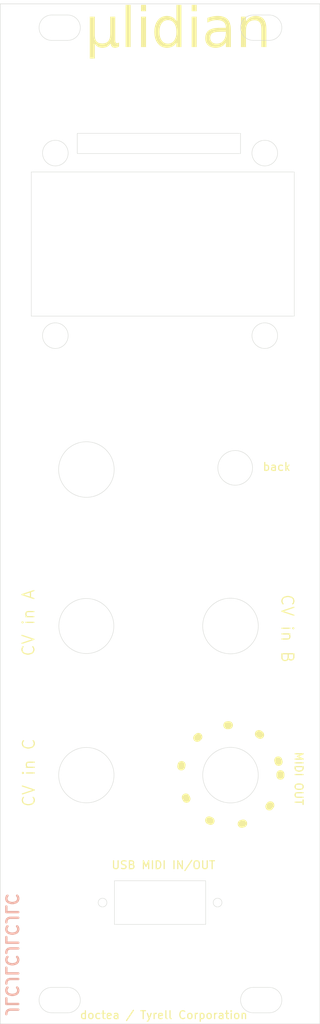
<source format=kicad_pcb>
(kicad_pcb (version 20221018) (generator pcbnew)

  (general
    (thickness 1.6)
  )

  (paper "A4")
  (layers
    (0 "F.Cu" signal)
    (31 "B.Cu" signal)
    (32 "B.Adhes" user "B.Adhesive")
    (33 "F.Adhes" user "F.Adhesive")
    (34 "B.Paste" user)
    (35 "F.Paste" user)
    (36 "B.SilkS" user "B.Silkscreen")
    (37 "F.SilkS" user "F.Silkscreen")
    (38 "B.Mask" user)
    (39 "F.Mask" user)
    (40 "Dwgs.User" user "User.Drawings")
    (41 "Cmts.User" user "User.Comments")
    (42 "Eco1.User" user "User.Eco1")
    (43 "Eco2.User" user "User.Eco2")
    (44 "Edge.Cuts" user)
    (45 "Margin" user)
    (46 "B.CrtYd" user "B.Courtyard")
    (47 "F.CrtYd" user "F.Courtyard")
    (48 "B.Fab" user)
    (49 "F.Fab" user)
    (50 "User.1" user)
    (51 "User.2" user)
    (52 "User.3" user)
    (53 "User.4" user)
    (54 "User.5" user)
    (55 "User.6" user)
    (56 "User.7" user)
    (57 "User.8" user)
    (58 "User.9" user)
  )

  (setup
    (pad_to_mask_clearance 0)
    (pcbplotparams
      (layerselection 0x00010fc_ffffffff)
      (plot_on_all_layers_selection 0x0000000_00000000)
      (disableapertmacros false)
      (usegerberextensions true)
      (usegerberattributes false)
      (usegerberadvancedattributes false)
      (creategerberjobfile false)
      (dashed_line_dash_ratio 12.000000)
      (dashed_line_gap_ratio 3.000000)
      (svgprecision 4)
      (plotframeref false)
      (viasonmask false)
      (mode 1)
      (useauxorigin false)
      (hpglpennumber 1)
      (hpglpenspeed 20)
      (hpglpendiameter 15.000000)
      (dxfpolygonmode true)
      (dxfimperialunits true)
      (dxfusepcbnewfont true)
      (psnegative false)
      (psa4output false)
      (plotreference true)
      (plotvalue false)
      (plotinvisibletext false)
      (sketchpadsonfab false)
      (subtractmaskfromsilk true)
      (outputformat 1)
      (mirror false)
      (drillshape 0)
      (scaleselection 1)
      (outputdirectory "")
    )
  )

  (net 0 "")

  (gr_circle (center 155.86089 132.7456) (end 162.15589 132.6186)
    (stroke (width 1) (type dot)) (fill none) (layer "F.SilkS") (tstamp da72aa33-5d71-4b9b-8f49-7fd60f1c8b2d))
  (gr_circle (center 156.45259 94.03688) (end 158.23059 95.30688)
    (stroke (width 0.05) (type default)) (fill none) (layer "Edge.Cuts") (tstamp 05bd449c-801e-46c4-8c91-c20c53dad547))
  (gr_arc (start 135.332 159.484) (mid 136.932 161.084) (end 135.332 162.684)
    (stroke (width 0.05) (type solid)) (layer "Edge.Cuts") (tstamp 0ca29b76-734a-4a50-9426-2033fc01fedc))
  (gr_arc (start 133.332 40.184) (mid 131.732 38.584) (end 133.332 36.984)
    (stroke (width 0.05) (type solid)) (layer "Edge.Cuts") (tstamp 1211e27d-06e5-4152-8dd4-4ebb6b80c654))
  (gr_line (start 158.732 40.184) (end 160.732 40.184)
    (stroke (width 0.05) (type solid)) (layer "Edge.Cuts") (tstamp 12d5483d-b935-463a-b6c8-f1f286a29cae))
  (gr_rect (start 126.832 35.584) (end 167.132 164.084)
    (stroke (width 0.05) (type default)) (fill none) (layer "Edge.Cuts") (tstamp 15b77b9c-e700-4708-9ced-60fc2cb14459))
  (gr_arc (start 160.732 36.984) (mid 162.332 38.584) (end 160.732 40.184)
    (stroke (width 0.05) (type solid)) (layer "Edge.Cuts") (tstamp 16751687-da04-427b-8af9-2b0137ac1db9))
  (gr_circle (center 137.69659 94.24588) (end 141.19659 94.24588)
    (stroke (width 0.05) (type default)) (fill none) (layer "Edge.Cuts") (tstamp 17739629-de9a-400b-ab79-ebaac54f73a4))
  (gr_line (start 160.732 159.484) (end 158.732 159.484)
    (stroke (width 0.05) (type solid)) (layer "Edge.Cuts") (tstamp 31aa3efa-0cf8-4f78-8d26-542bb7b4ba24))
  (gr_rect (start 141.23239 146.0498) (end 152.73239 151.5498)
    (stroke (width 0.05) (type default)) (fill none) (layer "Edge.Cuts") (tstamp 31c78639-843f-48d4-9baf-7b4ff6a76724))
  (gr_circle (center 155.86089 113.959331) (end 158.40089 116.372331)
    (stroke (width 0.05) (type default)) (fill none) (layer "Edge.Cuts") (tstamp 36e48583-e018-45b4-86c9-448843be1dc2))
  (gr_line (start 160.732 36.984) (end 158.732 36.984)
    (stroke (width 0.05) (type solid)) (layer "Edge.Cuts") (tstamp 3c441211-f444-44ee-bc5d-aa5fd30fe4b8))
  (gr_line (start 126.832 35.584) (end 126.832 164.084)
    (stroke (width 0.05) (type solid)) (layer "Edge.Cuts") (tstamp 3d36e5c4-c8b2-46d2-9110-401ad4081f55))
  (gr_arc (start 160.732 159.484) (mid 162.332 161.084) (end 160.732 162.684)
    (stroke (width 0.05) (type solid)) (layer "Edge.Cuts") (tstamp 4012c52a-9606-4181-a4f0-d139e53e91c4))
  (gr_line (start 135.332 36.984) (end 133.332 36.984)
    (stroke (width 0.05) (type solid)) (layer "Edge.Cuts") (tstamp 4cf8cf7c-e414-427e-9673-accbc4b30c83))
  (gr_circle (center 137.69089 113.958844) (end 140.73889 115.609844)
    (stroke (width 0.05) (type default)) (fill none) (layer "Edge.Cuts") (tstamp 4d3f82f1-6480-4ab8-a35c-425b4992d0e7))
  (gr_line (start 133.332 40.184) (end 135.332 40.184)
    (stroke (width 0.05) (type solid)) (layer "Edge.Cuts") (tstamp 5af86030-f1f2-4d0f-8ee1-64243e24fbb7))
  (gr_circle (center 137.69089 132.74559) (end 140.61189 134.65059)
    (stroke (width 0.05) (type default)) (fill none) (layer "Edge.Cuts") (tstamp 69de8739-739d-4f9c-847c-e8564e14259b))
  (gr_line (start 167.132 164.084) (end 167.132 35.584)
    (stroke (width 0.05) (type solid)) (layer "Edge.Cuts") (tstamp 6f1e4d1c-9851-4bfc-9a45-aec9e9fbc6e8))
  (gr_arc (start 133.332 162.684) (mid 131.732 161.084) (end 133.332 159.484)
    (stroke (width 0.05) (type solid)) (layer "Edge.Cuts") (tstamp 70ba4602-a62a-431d-8ffc-3e2b1df7668f))
  (gr_line (start 126.832 164.084) (end 167.132 164.084)
    (stroke (width 0.05) (type solid)) (layer "Edge.Cuts") (tstamp 767e5aaf-91fe-46e0-b947-dca4aa4167be))
  (gr_circle (center 133.782706 77.380272) (end 134.959106 78.487072)
    (stroke (width 0.05) (type default)) (fill none) (layer "Edge.Cuts") (tstamp 80c33efc-2f1f-44bd-be08-43a02631d844))
  (gr_line (start 158.732 162.684) (end 160.732 162.684)
    (stroke (width 0.05) (type solid)) (layer "Edge.Cuts") (tstamp 840affbf-67c8-45e4-93fd-a68cb9a38276))
  (gr_line (start 167.132 35.584) (end 126.832 35.584)
    (stroke (width 0.05) (type solid)) (layer "Edge.Cuts") (tstamp 88dbe5ed-ac40-4889-b6df-79b25d797a29))
  (gr_arc (start 135.332 36.984) (mid 136.932 38.584) (end 135.332 40.184)
    (stroke (width 0.05) (type solid)) (layer "Edge.Cuts") (tstamp 9080fa0f-17bc-4f05-95c4-e1725a1dbdb7))
  (gr_line (start 133.332 162.684) (end 135.332 162.684)
    (stroke (width 0.05) (type solid)) (layer "Edge.Cuts") (tstamp 94cbe4b2-9b3d-451a-8da4-2d01dfb2f0e1))
  (gr_arc (start 158.732 40.184) (mid 157.132 38.584) (end 158.732 36.984)
    (stroke (width 0.05) (type solid)) (layer "Edge.Cuts") (tstamp a5e4c64a-1a33-4f3a-a663-176608f65b23))
  (gr_circle (center 139.73239 148.7998) (end 140.28239 148.7998)
    (stroke (width 0.05) (type default)) (fill none) (layer "Edge.Cuts") (tstamp aa5934ea-6abf-4d9d-bd4a-a0b0b5f3c83b))
  (gr_circle (center 133.782706 54.380272) (end 134.959106 55.487072)
    (stroke (width 0.05) (type default)) (fill none) (layer "Edge.Cuts") (tstamp b5c0c1e7-c090-4789-b0da-49b3388f489b))
  (gr_circle (center 154.23239 148.7998) (end 154.78239 148.7998)
    (stroke (width 0.05) (type default)) (fill none) (layer "Edge.Cuts") (tstamp bc3726b2-25f1-4069-8812-acf842de5c00))
  (gr_rect (start 130.75049 56.758272) (end 163.89749 74.919272)
    (stroke (width 0.05) (type default)) (fill none) (layer "Edge.Cuts") (tstamp cb38d671-7a3d-498e-9d26-b38cc374613d))
  (gr_circle (center 155.86089 132.7456) (end 159.36089 132.7456)
    (stroke (width 0.05) (type default)) (fill none) (layer "Edge.Cuts") (tstamp d4be8365-da60-4db9-a020-da54dd318bcf))
  (gr_circle (center 160.182706 77.380272) (end 161.359106 78.487072)
    (stroke (width 0.05) (type default)) (fill none) (layer "Edge.Cuts") (tstamp e0c6d9f1-65d5-4555-aca1-9a710c8495b2))
  (gr_arc (start 158.732 162.684) (mid 157.132 161.084) (end 158.732 159.484)
    (stroke (width 0.05) (type solid)) (layer "Edge.Cuts") (tstamp f0b5ab77-a865-4236-8909-50f8d2c8eda8))
  (gr_circle (center 160.18109 54.381472) (end 161.35749 55.488272)
    (stroke (width 0.05) (type default)) (fill none) (layer "Edge.Cuts") (tstamp f0fc31ac-2723-454e-89d7-6991b8bd6486))
  (gr_rect (start 136.54689 51.896272) (end 157.12089 54.436272)
    (stroke (width 0.05) (type default)) (fill none) (layer "Edge.Cuts") (tstamp fbd0ec95-2e84-4d2e-b56a-6f12b5f575aa))
  (gr_line (start 135.332 159.484) (end 133.332 159.484)
    (stroke (width 0.05) (type solid)) (layer "Edge.Cuts") (tstamp fdf8e324-1c9e-4345-af95-42dbccaf019f))
  (gr_text "JLCJLCJLCJLC" (at 127.4064 163.2712 -90) (layer "B.SilkS") (tstamp 0ec95a52-d467-401a-acf7-ac98b78770f0)
    (effects (font (size 1.5 1.5) (thickness 0.3) bold) (justify left bottom mirror))
  )
  (gr_text "CV in A" (at 131.2672 117.8814 90) (layer "F.SilkS") (tstamp 121f685a-b4fb-4ed6-bc4c-feb181df3041)
    (effects (font (size 1.5 1.5) (thickness 0.15)) (justify left bottom))
  )
  (gr_text "back" (at 159.8422 94.488) (layer "F.SilkS") (tstamp 2cc2e96c-69ec-454e-bef5-9d5ea330cea2)
    (effects (font (size 1 1) (thickness 0.15)) (justify left bottom))
  )
  (gr_text "USB MIDI IN/OUT" (at 140.78239 144.6598) (layer "F.SilkS") (tstamp 407975d9-b16c-4ebc-8e26-28c875317437)
    (effects (font (size 1 1) (thickness 0.15)) (justify left bottom))
  )
  (gr_text "μlidian" (at 137.532 41.874) (layer "F.SilkS") (tstamp 57af2a19-c39e-4716-8ec4-021041426e2b)
    (effects (font (face "Calibri") (size 5 5) (thickness 0.15)) (justify left bottom))
    (render_cache "μlidian" 0
      (polygon
        (pts
          (xy 141.32387 40.776093)          (xy 141.323106 40.826621)          (xy 141.320423 40.875801)          (xy 141.31452 40.92489)
          (xy 141.311658 40.939736)          (xy 141.296392 40.986142)          (xy 141.275021 41.015451)          (xy 141.23266 41.043844)
          (xy 141.215182 41.052087)          (xy 141.166238 41.068787)          (xy 141.124812 41.077733)          (xy 141.076259 41.086415)
          (xy 141.026771 41.093227)          (xy 141.01246 41.09483)          (xy 140.960969 41.099839)          (xy 140.908969 41.101978)
          (xy 140.887896 41.102157)          (xy 140.834877 41.101073)          (xy 140.783897 41.097821)          (xy 140.734957 41.092401)
          (xy 140.672875 41.081801)          (xy 140.614419 41.067347)          (xy 140.559589 41.049038)          (xy 140.508384 41.026875)
          (xy 140.460804 41.000857)          (xy 140.427498 40.978815)          (xy 140.386282 40.945002)          (xy 140.34873 40.905847)
          (xy 140.314841 40.861349)          (xy 140.284616 40.811508)          (xy 140.258055 40.756325)          (xy 140.235157 40.695798)
          (xy 140.220388 40.646897)          (xy 140.20768 40.594991)          (xy 140.200353 40.558717)          (xy 140.153434 40.611775)
          (xy 140.106558 40.661957)          (xy 140.059725 40.709263)          (xy 140.012934 40.753691)          (xy 139.966187 40.795244)
          (xy 139.919483 40.833919)          (xy 139.872822 40.869719)          (xy 139.826203 40.902641)          (xy 139.779628 40.932687)
          (xy 139.733095 40.959857)          (xy 139.702097 40.976372)          (xy 139.655897 40.998851)          (xy 139.609805 41.019119)
          (xy 139.56382 41.037176)          (xy 139.502673 41.057813)          (xy 139.441717 41.074519)          (xy 139.380952 41.087294)
          (xy 139.320378 41.096138)          (xy 139.259995 41.101052)          (xy 139.214833 41.102157)          (xy 139.165679 41.101299)
          (xy 139.105954 41.09781)          (xy 139.048137 41.091639)          (xy 138.992228 41.082784)          (xy 138.938228 41.071245)
          (xy 138.886135 41.057024)          (xy 138.855796 41.047203)          (xy 138.807114 41.028091)          (xy 138.761056 41.005104)
          (xy 138.717622 40.978241)          (xy 138.676812 40.947502)          (xy 138.638625 40.912887)          (xy 138.603062 40.874396)
          (xy 138.589571 40.857914)          (xy 138.59432 40.911412)          (xy 138.598136 40.96255)          (xy 138.601475 41.016074)
          (xy 138.601783 41.021557)          (xy 138.604724 41.071016)          (xy 138.608051 41.120475)          (xy 138.611765 41.169935)
          (xy 138.613995 41.197412)          (xy 138.617634 41.247365)          (xy 138.620307 41.296931)          (xy 138.622013 41.346111)
          (xy 138.622544 41.373267)          (xy 138.623188 41.42691)          (xy 138.623593 41.477929)          (xy 138.623764 41.531019)
          (xy 138.623765 41.535688)          (xy 138.623765 42.167056)          (xy 138.610332 42.213462)          (xy 138.570939 42.245073)
          (xy 138.565147 42.247656)          (xy 138.517443 42.261586)          (xy 138.479662 42.267196)          (xy 138.429972 42.27194)
          (xy 138.380056 42.274065)          (xy 138.339222 42.274523)          (xy 138.290063 42.273807)          (xy 138.238315 42.27106)
          (xy 138.201225 42.267196)          (xy 138.151766 42.258952)          (xy 138.113297 42.246435)          (xy 138.072692 42.217317)
          (xy 138.069334 42.212241)          (xy 138.057122 42.164614)          (xy 138.057122 37.847621)          (xy 138.069334 37.802436)
          (xy 138.107516 37.77003)          (xy 138.113297 37.767021)          (xy 138.160202 37.752043)          (xy 138.201225 37.74626)
          (xy 138.250511 37.743098)          (xy 138.299456 37.741681)          (xy 138.339222 37.741376)          (xy 138.389669 37.741853)
          (xy 138.442334 37.743684)          (xy 138.479662 37.74626)          (xy 138.52851 37.753893)          (xy 138.565147 37.767021)
          (xy 138.605687 37.79642)          (xy 138.610332 37.802436)          (xy 138.623765 37.848842)          (xy 138.623765 39.802785)
          (xy 138.625246 39.872985)          (xy 138.62969 39.940243)          (xy 138.637096 40.004561)          (xy 138.647464 40.065938)
          (xy 138.660795 40.124374)          (xy 138.677088 40.179869)          (xy 138.696344 40.232423)          (xy 138.718562 40.282036)
          (xy 138.743742 40.328708)          (xy 138.771885 40.372439)          (xy 138.792293 40.399959)          (xy 138.825222 40.438152)
          (xy 138.860814 40.472588)          (xy 138.899068 40.503267)          (xy 138.939983 40.53019)          (xy 138.983561 40.553356)
          (xy 139.0298 40.572766)          (xy 139.078701 40.588418)          (xy 139.130264 40.600314)          (xy 139.184488 40.608454)
          (xy 139.241375 40.612837)          (xy 139.280778 40.613672)          (xy 139.333882 40.611363)          (xy 139.386948 40.604436)
          (xy 139.439975 40.592892)          (xy 139.492964 40.57673)          (xy 139.545915 40.55595)          (xy 139.598828 40.530553)
          (xy 139.651703 40.500537)          (xy 139.70454 40.465905)          (xy 139.744378 40.436724)          (xy 139.784667 40.405054)
          (xy 139.825408 40.370893)          (xy 139.866599 40.334242)          (xy 139.90824 40.295102)          (xy 139.950333 40.253471)
          (xy 139.992876 40.209349)          (xy 140.03587 40.162738)          (xy 140.079315 40.113637)          (xy 140.123211 40.062045)
          (xy 140.152725 40.026267)          (xy 140.152725 37.848842)          (xy 140.166159 37.802436)          (xy 140.204548 37.771033)
          (xy 140.210122 37.768242)          (xy 140.258875 37.752691)          (xy 140.296829 37.747482)          (xy 140.346518 37.743528)
          (xy 140.396434 37.741757)          (xy 140.437268 37.741376)          (xy 140.486427 37.741853)          (xy 140.538176 37.743684)
          (xy 140.575265 37.74626)          (xy 140.624114 37.753893)          (xy 140.66075 37.767021)          (xy 140.70129 37.79642)
          (xy 140.705935 37.802436)          (xy 140.719369 37.848842)          (xy 140.719369 40.103204)          (xy 140.719841 40.154824)
          (xy 140.721586 40.211249)          (xy 140.724616 40.263584)          (xy 140.729654 40.318386)          (xy 140.732802 40.343783)
          (xy 140.742301 40.395647)          (xy 140.755801 40.446022)          (xy 140.774233 40.492619)          (xy 140.777987 40.500099)
          (xy 140.806421 40.542687)          (xy 140.845156 40.577282)          (xy 140.86103 40.586805)          (xy 140.909525 40.6042)
          (xy 140.958116 40.611992)          (xy 140.997806 40.613672)          (xy 141.049096 40.612145)          (xy 141.09306 40.607565)
          (xy 141.142298 40.598474)          (xy 141.163891 40.594132)          (xy 141.210996 40.580851)          (xy 141.215182 40.579478)
          (xy 141.261588 40.57215)          (xy 141.287233 40.580699)          (xy 141.307994 40.610008)          (xy 141.318942 40.658952)
          (xy 141.320206 40.671069)          (xy 141.323065 40.720172)          (xy 141.323866 40.771998)
        )
      )
      (polygon
        (pts
          (xy 142.468147 40.917754)          (xy 142.454714 40.965381)          (xy 142.415322 40.994571)          (xy 142.409529 40.997133)
          (xy 142.361825 41.011539)          (xy 142.324044 41.017893)          (xy 142.274355 41.021847)          (xy 142.224439 41.023618)
          (xy 142.183605 41.024)          (xy 142.134446 41.023403)          (xy 142.082697 41.021113)          (xy 142.045607 41.017893)
          (xy 141.996148 41.00904)          (xy 141.95768 40.997133)          (xy 141.917075 40.969884)          (xy 141.913716 40.965381)
          (xy 141.901504 40.917754)          (xy 141.901504 36.365067)          (xy 141.913716 36.31744)          (xy 141.951898 36.285829)
          (xy 141.95768 36.283246)          (xy 142.007483 36.269316)          (xy 142.045607 36.263706)          (xy 142.094894 36.258962)
          (xy 142.143839 36.256837)          (xy 142.183605 36.256379)          (xy 142.234051 36.257095)          (xy 142.286716 36.259842)
          (xy 142.324044 36.263706)          (xy 142.372893 36.271644)          (xy 142.409529 36.283246)          (xy 142.450069 36.311131)
          (xy 142.454714 36.31744)          (xy 142.468147 36.365067)
        )
      )
      (polygon
        (pts
          (xy 144.070381 40.917754)          (xy 144.056947 40.96416)          (xy 144.017555 40.994353)          (xy 144.011762 40.997133)
          (xy 143.964059 41.011539)          (xy 143.926277 41.017893)          (xy 143.876588 41.021847)          (xy 143.826672 41.023618)
          (xy 143.785838 41.024)          (xy 143.736679 41.023403)          (xy 143.68493 41.021113)          (xy 143.64784 41.017893)
          (xy 143.598381 41.00904)          (xy 143.559913 40.997133)          (xy 143.519308 40.968682)          (xy 143.515949 40.96416)
          (xy 143.503737 40.917754)          (xy 143.503737 37.847621)          (xy 143.515949 37.803658)          (xy 143.554131 37.772047)
          (xy 143.559913 37.769464)          (xy 143.606818 37.755075)          (xy 143.64784 37.748703)          (xy 143.697127 37.743959)
          (xy 143.746072 37.741834)          (xy 143.785838 37.741376)          (xy 143.836284 37.742091)          (xy 143.888949 37.744839)
          (xy 143.926277 37.748703)          (xy 143.975126 37.756946)          (xy 144.011762 37.769464)          (xy 144.052302 37.797349)
          (xy 144.056947 37.803658)          (xy 144.070381 37.847621)
        )
      )
      (polygon
        (pts
          (xy 144.136326 36.77051)          (xy 144.134478 36.829997)          (xy 144.128932 36.883282)          (xy 144.117397 36.939038)
          (xy 144.100539 36.985864)          (xy 144.074142 37.029207)          (xy 144.060611 37.044062)          (xy 144.014815 37.075585)
          (xy 143.961721 37.095779)          (xy 143.906537 37.1076)          (xy 143.853729 37.113581)          (xy 143.79472 37.116044)
          (xy 143.782174 37.116114)          (xy 143.723009 37.114385)          (xy 143.669927 37.109197)          (xy 143.614257 37.098406)
          (xy 143.567345 37.082636)          (xy 143.523684 37.057942)          (xy 143.508622 37.045284)          (xy 143.476565 37.002007)
          (xy 143.456029 36.951242)          (xy 143.444007 36.898147)          (xy 143.437925 36.847146)          (xy 143.435421 36.790003)
          (xy 143.435349 36.777838)          (xy 143.437198 36.718381)          (xy 143.442743 36.665185)          (xy 143.454278 36.609615)
          (xy 143.471136 36.563061)          (xy 143.497533 36.520144)          (xy 143.511064 36.505507)          (xy 143.55686 36.47345)
          (xy 143.609954 36.452914)          (xy 143.665138 36.440892)          (xy 143.717946 36.43481)          (xy 143.776955 36.432306)
          (xy 143.789501 36.432234)          (xy 143.848636 36.433963)          (xy 143.901629 36.439151)          (xy 143.957113 36.449942)
          (xy 144.003753 36.465712)          (xy 144.046988 36.490406)          (xy 144.061832 36.503064)          (xy 144.094423 36.546341)
          (xy 144.115302 36.597106)          (xy 144.127524 36.6502)          (xy 144.133707 36.701202)          (xy 144.136253 36.758345)
        )
      )
      (polygon
        (pts
          (xy 147.517024 36.257214)          (xy 147.569689 36.26042)          (xy 147.607017 36.264928)          (xy 147.655866 36.274392)
          (xy 147.692502 36.285688)          (xy 147.733589 36.313251)          (xy 147.738908 36.319882)          (xy 147.754784 36.366288)
          (xy 147.754784 40.917754)          (xy 147.743323 40.965298)          (xy 147.742572 40.966602)          (xy 147.702866 40.997584)
          (xy 147.70105 40.998354)          (xy 147.652092 41.012837)          (xy 147.624114 41.017893)          (xy 147.574633 41.022276)
          (xy 147.523936 41.023904)          (xy 147.506877 41.024)          (xy 147.456102 41.023141)          (xy 147.405111 41.019969)
          (xy 147.385977 41.017893)          (xy 147.337806 41.008491)          (xy 147.307819 40.999575)          (xy 147.265522 40.972633)
          (xy 147.262635 40.969045)          (xy 147.249201 40.922639)          (xy 147.249201 40.535514)          (xy 147.203452 40.58463)
          (xy 147.157338 40.631684)          (xy 147.110859 40.676679)          (xy 147.064015 40.719612)          (xy 147.016807 40.760484)
          (xy 146.969233 40.799296)          (xy 146.921294 40.836047)          (xy 146.872991 40.870737)          (xy 146.824322 40.903366)
          (xy 146.775289 40.933935)          (xy 146.742397 40.953169)          (xy 146.692727 40.979795)          (xy 146.642177 41.003802)
          (xy 146.590746 41.02519)          (xy 146.538435 41.043959)          (xy 146.485245 41.060109)          (xy 146.431174 41.07364)
          (xy 146.376223 41.084552)          (xy 146.320391 41.092845)          (xy 146.26368 41.09852)          (xy 146.206089 41.101575)
          (xy 146.167205 41.102157)          (xy 146.104419 41.100987)          (xy 146.043371 41.097477)          (xy 145.984063 41.091628)
          (xy 145.926493 41.083438)          (xy 145.870661 41.072909)          (xy 145.816569 41.06004)          (xy 145.764215 41.044831)
          (xy 145.713601 41.027282)          (xy 145.664725 41.007393)          (xy 145.617587 40.985164)          (xy 145.587129 40.969045)
          (xy 145.542825 40.943042)          (xy 145.500131 40.915407)          (xy 145.459048 40.886141)          (xy 145.419574 40.855243)
          (xy 145.381711 40.822714)          (xy 145.345457 40.788553)          (xy 145.310813 40.752761)          (xy 145.27778 40.715338)
          (xy 145.246356 40.676283)          (xy 145.216543 40.635596)          (xy 145.197561 40.607565)          (xy 145.170324 40.564049)
          (xy 145.144481 40.519137)          (xy 145.120034 40.47283)          (xy 145.096983 40.425127)          (xy 145.075327 40.37603)
          (xy 145.055066 40.325537)          (xy 145.0362 40.273648)          (xy 145.01873 40.220364)          (xy 145.002655 40.165685)
          (xy 144.987975 40.109611)          (xy 144.978964 40.071452)          (xy 144.966742 40.01346)          (xy 144.955723 39.954888)
          (xy 144.945905 39.895737)          (xy 144.93729 39.836006)          (xy 144.929877 39.775696)          (xy 144.923666 39.714805)
          (xy 144.918657 39.653336)          (xy 144.91485 39.591286)          (xy 144.912246 39.528657)          (xy 144.910843 39.465449)
          (xy 144.910576 39.422988)          (xy 144.91091 39.37277)          (xy 144.911203 39.358263)          (xy 145.49798 39.358263)
          (xy 145.498533 39.41734)          (xy 145.500193 39.47611)          (xy 145.50296 39.534576)          (xy 145.506834 39.592736)
          (xy 145.511814 39.650591)          (xy 145.517901 39.708141)          (xy 145.525095 39.765386)          (xy 145.533395 39.822325)
          (xy 145.543375 39.878043)          (xy 145.554995 39.932234)          (xy 145.568257 39.984899)          (xy 145.58316 40.036037)
          (xy 145.599703 40.085649)          (xy 145.617888 40.133734)          (xy 145.637714 40.180293)          (xy 145.65918 40.225325)
          (xy 145.68847 40.278581)          (xy 145.720623 40.328437)          (xy 145.755637 40.374894)          (xy 145.793514 40.417953)
          (xy 145.834253 40.457613)          (xy 145.877854 40.493873)          (xy 145.896096 40.507426)          (xy 145.944121 40.538034)
          (xy 145.995844 40.563454)          (xy 146.051264 40.583686)          (xy 146.110381 40.598731)          (xy 146.160336 40.607031)
          (xy 146.212657 40.612011)          (xy 146.267345 40.613672)          (xy 146.316566 40.612211)          (xy 146.371673 40.606963)
          (xy 146.425559 40.597899)          (xy 146.478224 40.585019)          (xy 146.484721 40.583141)          (xy 146.537539 40.56467)
          (xy 146.584255 40.544251)          (xy 146.631439 40.519857)          (xy 146.67909 40.49149)          (xy 146.699655 40.478117)
          (xy 146.741214 40.449094)          (xy 146.783461 40.41698)          (xy 146.826394 40.381774)          (xy 146.870014 40.343478)
          (xy 146.906889 40.309203)          (xy 146.929243 40.287607)          (xy 146.967352 40.249659)          (xy 147.006118 40.209087)
          (xy 147.045539 40.165891)          (xy 147.085616 40.120072)          (xy 147.11815 40.081527)          (xy 147.151103 40.041304)
          (xy 147.184477 39.999401)          (xy 147.184477 38.747656)          (xy 147.14134 38.694372)          (xy 147.098481 38.643514)
          (xy 147.055902 38.595082)          (xy 147.013602 38.549075)          (xy 146.971581 38.505494)          (xy 146.929839 38.464339)
          (xy 146.888376 38.42561)          (xy 146.847193 38.389306)          (xy 146.806288 38.355428)          (xy 146.765662 38.323976)
          (xy 146.738734 38.304355)          (xy 146.685 38.268578)          (xy 146.630656 38.23757)          (xy 146.575702 38.211333)
          (xy 146.520136 38.189867)          (xy 146.46396 38.17317)          (xy 146.407174 38.161244)          (xy 146.349777 38.154089)
          (xy 146.291769 38.151704)          (xy 146.238456 38.153345)          (xy 146.187203 38.158268)          (xy 146.138011 38.166473)
          (xy 146.079419 38.181344)          (xy 146.024047 38.201344)          (xy 145.971895 38.226472)          (xy 145.922963 38.256728)
          (xy 145.877364 38.290806)          (xy 145.834448 38.328164)          (xy 145.794216 38.368802)          (xy 145.756667 38.412719)
          (xy 145.721802 38.459916)          (xy 145.68962 38.510392)          (xy 145.677498 38.531501)          (xy 145.654792 38.57495)
          (xy 145.633687 38.61981)          (xy 145.614186 38.666083)          (xy 145.596288 38.713767)          (xy 145.579992 38.762864)
          (xy 145.565299 38.813373)          (xy 145.55221 38.865293)          (xy 145.540722 38.918626)          (xy 145.530705 38.972779)
          (xy 145.522023 39.027162)          (xy 145.514676 39.081773)          (xy 145.508666 39.136613)          (xy 145.503991 39.191682)
          (xy 145.500651 39.24698)          (xy 145.498648 39.302507)          (xy 145.49798 39.358263)          (xy 144.911203 39.358263)
          (xy 144.911912 39.323172)          (xy 144.913581 39.274195)          (xy 144.917338 39.201892)          (xy 144.922597 39.130984)
          (xy 144.929359 39.061471)          (xy 144.937624 38.993354)          (xy 144.947391 38.926632)          (xy 144.958661 38.861305)
          (xy 144.971434 38.797374)          (xy 144.985709 38.734838)          (xy 144.996061 38.693923)          (xy 145.013027 38.633852)
          (xy 145.031409 38.575455)          (xy 145.051209 38.518733)          (xy 145.072425 38.463686)          (xy 145.095058 38.410312)
          (xy 145.119108 38.358614)          (xy 145.144574 38.308589)          (xy 145.171458 38.260239)          (xy 145.199758 38.213563)
          (xy 145.229475 38.168562)          (xy 145.250073 38.139491)          (xy 145.282381 38.097377)          (xy 145.316105 38.057131)
          (xy 145.351246 38.018752)          (xy 145.387804 37.982241)          (xy 145.425778 37.947597)          (xy 145.465169 37.914821)
          (xy 145.505977 37.883913)          (xy 145.548202 37.854872)          (xy 145.591844 37.827699)          (xy 145.636903 37.802393)
          (xy 145.667729 37.786561)          (xy 145.715116 37.764518)          (xy 145.763856 37.744643)          (xy 145.813949 37.726937)
          (xy 145.865394 37.711399)          (xy 145.918191 37.698028)          (xy 145.972341 37.686826)          (xy 146.027843 37.677793)
          (xy 146.084697 37.670927)          (xy 146.142904 37.666229)          (xy 146.202463 37.6637)          (xy 146.242921 37.663218)
          (xy 146.293346 37.66427)          (xy 146.342955 37.667425)          (xy 146.391749 37.672685)          (xy 146.455538 37.68297)
          (xy 146.517878 37.696995)          (xy 146.578766 37.714759)          (xy 146.638205 37.736264)          (xy 146.696194 37.761509)
          (xy 146.738734 37.782897)          (xy 146.795119 37.814591)          (xy 146.837283 37.840691)          (xy 146.87934 37.868787)
          (xy 146.92129 37.89888)          (xy 146.963132 37.930969)          (xy 147.004866 37.965055)          (xy 147.046494 38.001136)
          (xy 147.088014 38.039215)          (xy 147.129427 38.079289)          (xy 147.170732 38.12136)          (xy 147.184477 38.135828)
          (xy 147.184477 36.365067)          (xy 147.196689 36.318661)          (xy 147.236877 36.287846)          (xy 147.243095 36.285688)
          (xy 147.290158 36.272478)          (xy 147.329801 36.264928)          (xy 147.382428 36.259084)          (xy 147.431649 36.256788)
          (xy 147.466577 36.256379)
        )
      )
      (polygon
        (pts
          (xy 149.350911 40.917754)          (xy 149.337478 40.96416)          (xy 149.298085 40.994353)          (xy 149.292293 40.997133)
          (xy 149.244589 41.011539)          (xy 149.206808 41.017893)          (xy 149.157118 41.021847)          (xy 149.107202 41.023618)
          (xy 149.066368 41.024)          (xy 149.017209 41.023403)          (xy 148.96546 41.021113)          (xy 148.928371 41.017893)
          (xy 148.878912 41.00904)          (xy 148.840443 40.997133)          (xy 148.799838 40.968682)          (xy 148.79648 40.96416)
          (xy 148.784267 40.917754)          (xy 148.784267 37.847621)          (xy 148.79648 37.803658)          (xy 148.834662 37.772047)
          (xy 148.840443 37.769464)          (xy 148.887348 37.755075)          (xy 148.928371 37.748703)          (xy 148.977657 37.743959)
          (xy 149.026602 37.741834)          (xy 149.066368 37.741376)          (xy 149.116815 37.742091)          (xy 149.169479 37.744839)
          (xy 149.206808 37.748703)          (xy 149.255656 37.756946)          (xy 149.292293 37.769464)          (xy 149.332832 37.797349)
          (xy 149.337478 37.803658)          (xy 149.350911 37.847621)
        )
      )
      (polygon
        (pts
          (xy 149.416856 36.77051)          (xy 149.415008 36.829997)          (xy 149.409462 36.883282)          (xy 149.397928 36.939038)
          (xy 149.381069 36.985864)          (xy 149.354672 37.029207)          (xy 149.341141 37.044062)          (xy 149.295346 37.075585)
          (xy 149.242251 37.095779)          (xy 149.187068 37.1076)          (xy 149.13426 37.113581)          (xy 149.07525 37.116044)
          (xy 149.062704 37.116114)          (xy 149.00354 37.114385)          (xy 148.950458 37.109197)          (xy 148.894787 37.098406)
          (xy 148.847876 37.082636)          (xy 148.804215 37.057942)          (xy 148.789152 37.045284)          (xy 148.757095 37.002007)
          (xy 148.736559 36.951242)          (xy 148.724538 36.898147)          (xy 148.718455 36.847146)          (xy 148.715951 36.790003)
          (xy 148.715879 36.777838)          (xy 148.717728 36.718381)          (xy 148.723274 36.665185)          (xy 148.734808 36.609615)
          (xy 148.751667 36.563061)          (xy 148.778064 36.520144)          (xy 148.791595 36.505507)          (xy 148.83739 36.47345)
          (xy 148.890484 36.452914)          (xy 148.945668 36.440892)          (xy 148.998476 36.43481)          (xy 149.057486 36.432306)
          (xy 149.070032 36.432234)          (xy 149.129166 36.433963)          (xy 149.182159 36.439151)          (xy 149.237643 36.449942)
          (xy 149.284283 36.465712)          (xy 149.327518 36.490406)          (xy 149.342362 36.503064)          (xy 149.374954 36.546341)
          (xy 149.395832 36.597106)          (xy 149.408054 36.6502)          (xy 149.414238 36.701202)          (xy 149.416784 36.758345)
        )
      )
      (polygon
        (pts
          (xy 151.558215 37.663883)          (xy 151.618086 37.66588)          (xy 151.676196 37.669207)          (xy 151.732546 37.673865)
          (xy 151.787135 37.679855)          (xy 151.839965 37.687175)          (xy 151.891034 37.695826)          (xy 151.940343 37.705808)
          (xy 151.987892 37.717121)          (xy 152.048552 37.734275)          (xy 152.063228 37.738933)          (xy 152.120148 37.758969)
          (xy 152.174282 37.781218)          (xy 152.22563 37.80568)          (xy 152.274192 37.832356)          (xy 152.319969 37.861245)
          (xy 152.362959 37.892348)          (xy 152.403164 37.925664)          (xy 152.440583 37.961194)          (xy 152.475368 37.998937)
          (xy 152.507673 38.038894)          (xy 152.537498 38.081064)          (xy 152.564841 38.125448)          (xy 152.589705 38.172044)
          (xy 152.612087 38.220855)          (xy 152.631989 38.271879)          (xy 152.649411 38.325116)          (xy 152.664867 38.3803)
          (xy 152.678262 38.437773)          (xy 152.689596 38.497536)          (xy 152.69887 38.559589)          (xy 152.706082 38.623932)
          (xy 152.71014 38.673692)          (xy 152.713038 38.724739)          (xy 152.714776 38.777075)          (xy 152.715356 38.830699)
          (xy 152.715356 40.920196)          (xy 152.70208 40.967475)          (xy 152.687268 40.982478)          (xy 152.642539 41.005519)
          (xy 152.611553 41.01423)          (xy 152.561464 41.020908)          (xy 152.510302 41.023532)          (xy 152.472334 41.024)
          (xy 152.419431 41.023045)          (xy 152.369502 41.019792)          (xy 152.328231 41.01423)          (xy 152.280364 40.999795)
          (xy 152.251295 40.982478)          (xy 152.229202 40.937368)          (xy 152.228092 40.920196)          (xy 152.228092 40.611229)
          (xy 152.189673 40.651279)          (xy 152.15044 40.689912)          (xy 152.11039 40.727128)          (xy 152.069525 40.762927)
          (xy 152.027843 40.797309)          (xy 151.985347 40.830275)          (xy 151.942034 40.861824)          (xy 151.897906 40.891956)
          (xy 151.852962 40.920671)          (xy 151.807202 40.947969)          (xy 151.776242 40.965381)          (xy 151.729273 40.989825)
          (xy 151.681789 41.011864)          (xy 151.63379 41.031499)          (xy 151.585275 41.048729)          (xy 151.536245 41.063555)
          (xy 151.4867 41.075977)          (xy 151.43664 41.085995)          (xy 151.386064 41.093609)          (xy 151.334974 41.098818)
          (xy 151.283368 41.101623)          (xy 151.248678 41.102157)          (xy 151.188628 41.101146)          (xy 151.129991 41.098112)
          (xy 151.072766 41.093055)          (xy 151.016952 41.085976)          (xy 150.962551 41.076874)          (xy 150.909562 41.06575)
          (xy 150.857985 41.052603)          (xy 150.807819 41.037433)          (xy 150.759276 41.020336)          (xy 150.712565 41.001407)
          (xy 150.667685 40.980646)          (xy 150.614162 40.95212)          (xy 150.5635 40.920731)          (xy 150.515701 40.886479)
          (xy 150.470764 40.849366)          (xy 150.428779 40.80948)          (xy 150.389835 40.76691)          (xy 150.353932 40.721657)
          (xy 150.32107 40.673721)          (xy 150.291249 40.623101)          (xy 150.26447 40.569798)          (xy 150.254609 40.547726)
          (xy 150.236577 40.502083)          (xy 150.22095 40.454914)          (xy 150.207726 40.406218)          (xy 150.196907 40.355995)
          (xy 150.188492 40.304246)          (xy 150.182481 40.250971)          (xy 150.178875 40.196169)          (xy 150.177673 40.13984)
          (xy 150.17788 40.128849)          (xy 150.75775 40.128849)          (xy 150.760135 40.187182)          (xy 150.76729 40.242499)
          (xy 150.779216 40.294801)          (xy 150.795913 40.344088)          (xy 150.817379 40.390361)          (xy 150.843616 40.433619)
          (xy 150.874624 40.473862)          (xy 150.910401 40.51109)          (xy 150.950473 40.544291)          (xy 150.99436 40.573066)
          (xy 151.042064 40.597414)          (xy 151.093584 40.617335)          (xy 151.14892 40.632829)          (xy 151.208072 40.643897)
          (xy 151.271041 40.650537)          (xy 151.320772 40.652612)          (xy 151.337826 40.65275)          (xy 151.393182 40.650995)
          (xy 151.447507 40.645728)          (xy 151.500801 40.636951)          (xy 151.553065 40.624662)          (xy 151.604299 40.608863)
          (xy 151.654503 40.589553)          (xy 151.703676 40.566731)          (xy 151.751818 40.540399)          (xy 151.799751 40.510135)
          (xy 151.848294 40.476132)          (xy 151.897448 40.438389)          (xy 151.947212 40.396906)          (xy 151.984936 40.363339)
          (xy 152.023004 40.327669)          (xy 152.061415 40.289895)          (xy 152.100169 40.250017)          (xy 152.139267 40.208035)
          (xy 152.152376 40.193574)          (xy 152.152376 39.539003)          (xy 151.667554 39.539003)          (xy 151.610195 39.539633)
          (xy 151.554745 39.541522)          (xy 151.501202 39.54467)          (xy 151.449568 39.549078)          (xy 151.399841 39.554745)
          (xy 151.340367 39.5636)          (xy 151.283874 39.574423)          (xy 151.262111 39.579303)          (xy 151.210084 39.592439)
          (xy 151.16086 39.607424)          (xy 151.114438 39.624258)          (xy 151.062432 39.646898)          (xy 151.014461 39.6722)
          (xy 150.977568 39.695318)          (xy 150.937082 39.725286)          (xy 150.895166 39.76307)          (xy 150.858977 39.803892)
          (xy 150.828515 39.847753)          (xy 150.810262 39.880943)          (xy 150.789801 39.929538)          (xy 150.774365 39.981288)
          (xy 150.763955 40.036193)          (xy 150.759032 40.085767)          (xy 150.75775 40.128849)          (xy 150.17788 40.128849)
          (xy 150.178607 40.090317)          (xy 150.182757 40.026222)          (xy 150.190227 39.964341)          (xy 150.201018 39.904673)
          (xy 150.215129 39.847219)          (xy 150.23256 39.791978)          (xy 150.253311 39.738951)          (xy 150.277382 39.688137)
          (xy 150.283919 39.675779)          (xy 150.31193 39.627675)          (xy 150.342842 39.581669)          (xy 150.376655 39.537763)
          (xy 150.413367 39.495955)          (xy 150.45298 39.456247)          (xy 150.495494 39.418637)          (xy 150.540908 39.383126)
          (xy 150.589222 39.349715)          (xy 150.64038 39.318078)          (xy 150.694323 39.288501)          (xy 150.751052 39.260986)
          (xy 150.810567 39.235531)          (xy 150.857032 39.217793)          (xy 150.905063 39.201213)          (xy 150.954662 39.185793)
          (xy 151.005828 39.171532)          (xy 151.058561 39.15843)          (xy 151.076487 39.154321)          (xy 151.131377 39.142754)
          (xy 151.187512 39.132324)          (xy 151.244893 39.123033)          (xy 151.303518 39.114879)          (xy 151.363388 39.107863)
          (xy 151.424504 39.101985)          (xy 151.486865 39.097244)          (xy 151.55047 39.093641)          (xy 151.615321 39.091176)
          (xy 151.681417 39.089849)          (xy 151.726173 39.089596)          (xy 152.152376 39.089596)          (xy 152.152376 38.851459)
          (xy 152.151452 38.797489)          (xy 152.148679 38.745486)          (xy 152.144058 38.69545)          (xy 152.136072 38.638006)
          (xy 152.125425 38.583395)          (xy 152.114519 38.54005)          (xy 152.098691 38.490433)          (xy 152.0796 38.444165)
          (xy 152.053203 38.394419)          (xy 152.022365 38.34923)          (xy 151.992397 38.314125)          (xy 151.953136 38.27675)
          (xy 151.909083 38.2437)          (xy 151.860238 38.214974)          (xy 151.814557 38.193794)          (xy 151.7738 38.17857)
          (xy 151.721693 38.162799)          (xy 151.665207 38.150292)          (xy 151.61479 38.142361)          (xy 151.561332 38.136696)
          (xy 151.504833 38.133297)          (xy 151.445293 38.132164)          (xy 151.393449 38.132927)          (xy 151.34294 38.135217)
          (xy 151.293767 38.139034)          (xy 151.234179 38.145951)          (xy 151.176679 38.155253)          (xy 151.121265 38.16694)
          (xy 151.067938 38.181013)          (xy 151.01702 38.196516)          (xy 150.96807 38.212497)          (xy 150.921088 38.228955)
          (xy 150.867307 38.249334)          (xy 150.81636 38.2704)          (xy 150.776068 38.28848)          (xy 150.730773 38.310118)
          (xy 150.681511 38.334495)          (xy 150.636105 38.357936)          (xy 150.588936 38.383582)          (xy 150.56724 38.395946)
          (xy 150.523223 38.41956)          (xy 150.475052 38.439023)          (xy 150.441455 38.444795)          (xy 150.393828 38.431362)
          (xy 150.360211 38.393768)          (xy 150.357191 38.388619)          (xy 150.340505 38.342494)          (xy 150.33521 38.316568)
          (xy 150.330445 38.266491)          (xy 150.329103 38.21887)          (xy 150.330177 38.167494)          (xy 150.334298 38.115287)
          (xy 150.340094 38.079652)          (xy 150.359057 38.032908)          (xy 150.390312 37.991702)          (xy 150.398713 37.983176)
          (xy 150.438554 37.949973)          (xy 150.482957 37.920875)          (xy 150.531348 37.89355)          (xy 150.558692 37.879373)
          (xy 150.610016 37.854729)          (xy 150.656613 37.83435)          (xy 150.705614 37.814658)          (xy 150.75702 37.795653)
          (xy 150.81083 37.777335)          (xy 150.820032 37.774348)          (xy 150.866865 37.75953)          (xy 150.91501 37.745607)
          (xy 150.964466 37.732578)          (xy 151.015235 37.720443)          (xy 151.067316 37.709203)          (xy 151.120708 37.698857)
          (xy 151.142432 37.694969)          (xy 151.197446 37.685822)          (xy 151.25258 37.678226)          (xy 151.307833 37.672179)
          (xy 151.363205 37.667683)          (xy 151.418696 37.664737)          (xy 151.474307 37.663342)          (xy 151.496584 37.663218)
        )
      )
      (polygon
        (pts
          (xy 156.399759 40.917754)          (xy 156.386326 40.96416)          (xy 156.346934 40.994353)          (xy 156.341141 40.997133)
          (xy 156.293437 41.011539)          (xy 156.255656 41.017893)          (xy 156.20637 41.021847)          (xy 156.157425 41.023618)
          (xy 156.117659 41.024)          (xy 156.067212 41.023403)          (xy 156.014547 41.021113)          (xy 155.977219 41.017893)
          (xy 155.928065 41.00904)          (xy 155.890513 40.997133)          (xy 155.850175 40.968682)          (xy 155.846549 40.96416)
          (xy 155.833116 40.916533)          (xy 155.833116 39.099366)          (xy 155.832467 39.034737)          (xy 155.830521 38.973352)
          (xy 155.827277 38.915211)          (xy 155.822736 38.860313)          (xy 155.816897 38.80866)          (xy 155.80976 38.76025)
          (xy 155.799015 38.704299)          (xy 155.791595 38.673162)          (xy 155.777695 38.623509)          (xy 155.761947 38.576061)
          (xy 155.740609 38.522037)          (xy 155.716609 38.471189)          (xy 155.689948 38.423519)          (xy 155.670695 38.393504)
          (xy 155.639711 38.351472)          (xy 155.605379 38.313305)          (xy 155.567698 38.279001)          (xy 155.526668 38.248561)
          (xy 155.482289 38.221985)          (xy 155.466752 38.213986)          (xy 155.418624 38.192819)          (xy 155.367662 38.176032)
          (xy 155.313866 38.163625)          (xy 155.257237 38.155596)          (xy 155.207882 38.152251)          (xy 155.177324 38.151704)
          (xy 155.123915 38.15407)          (xy 155.070544 38.161168)          (xy 155.017211 38.172999)          (xy 154.963917 38.189561)
          (xy 154.91066 38.210856)          (xy 154.857442 38.236883)          (xy 154.804262 38.267643)          (xy 154.75112 38.303134)
          (xy 154.711085 38.332772)          (xy 154.670663 38.364901)          (xy 154.629855 38.399519)          (xy 154.588661 38.436628)
          (xy 154.54708 38.476227)          (xy 154.505112 38.518316)          (xy 154.462759 38.562895)          (xy 154.420019 38.609964)
          (xy 154.376892 38.659524)          (xy 154.333379 38.711573)          (xy 154.304156 38.747656)          (xy 154.304156 40.916533)
          (xy 154.290722 40.96416)          (xy 154.25133 40.994353)          (xy 154.245538 40.997133)          (xy 154.197834 41.011539)
          (xy 154.160053 41.017893)          (xy 154.110363 41.021847)          (xy 154.060447 41.023618)          (xy 154.019613 41.024)
          (xy 153.970454 41.023403)          (xy 153.918705 41.021113)          (xy 153.881616 41.017893)          (xy 153.832157 41.00904)
          (xy 153.793688 40.997133)          (xy 153.753083 40.968682)          (xy 153.749725 40.96416)          (xy 153.737512 40.917754)
          (xy 153.737512 37.847621)          (xy 153.747282 37.801215)          (xy 153.785063 37.769015)          (xy 153.788803 37.767021)
          (xy 153.837314 37.750918)          (xy 153.868182 37.74626)          (xy 153.920418 37.742754)          (xy 153.97148 37.741495)
          (xy 153.995189 37.741376)          (xy 154.044212 37.741953)          (xy 154.094336 37.744123)          (xy 154.120974 37.74626)
          (xy 154.169961 37.755234)          (xy 154.19791 37.767021)          (xy 154.235548 37.798935)          (xy 154.236989 37.801215)
          (xy 154.249201 37.847621)          (xy 154.249201 38.253064)          (xy 154.281859 38.215541)          (xy 154.33081 38.161652)
          (xy 154.379718 38.11064)          (xy 154.428584 38.062505)          (xy 154.477406 38.017246)          (xy 154.526185 37.974864)
          (xy 154.574922 37.935358)          (xy 154.623615 37.898729)          (xy 154.672266 37.864976)          (xy 154.720874 37.8341)
          (xy 154.769438 37.8061)          (xy 154.818243 37.780565)          (xy 154.867112 37.757542)          (xy 154.916045 37.737031)
          (xy 154.965043 37.719031)          (xy 155.014105 37.703543)          (xy 155.063231 37.690566)          (xy 155.112422 37.680101)
          (xy 155.161677 37.672148)          (xy 155.210997 37.666706)          (xy 155.260381 37.663776)          (xy 155.293339 37.663218)
          (xy 155.35062 37.664141)          (xy 155.406139 37.66691)          (xy 155.459899 37.671526)          (xy 155.511899 37.677987)
          (xy 155.562138 37.686295)          (xy 155.610617 37.696448)          (xy 155.672517 37.712858)          (xy 155.731288 37.73255)
          (xy 155.786929 37.755525)          (xy 155.813577 37.768242)          (xy 155.865135 37.795605)          (xy 155.914174 37.825181)
          (xy 155.960695 37.856971)          (xy 156.004697 37.890974)          (xy 156.04618 37.927191)          (xy 156.085144 37.965621)
          (xy 156.12159 38.006265)          (xy 156.155517 38.049122)          (xy 156.18702 38.09402)          (xy 156.216196 38.140789)
          (xy 156.243043 38.189428)          (xy 156.267563 38.239936)          (xy 156.289755 38.292315)          (xy 156.309619 38.346564)
          (xy 156.327154 38.402682)          (xy 156.342362 38.460671)          (xy 156.355815 38.521083)          (xy 156.367474 38.584471)
          (xy 156.375041 38.633966)          (xy 156.381599 38.685136)          (xy 156.387148 38.737979)          (xy 156.391688 38.792498)
          (xy 156.395219 38.84869)          (xy 156.397742 38.906557)          (xy 156.399255 38.966098)          (xy 156.399759 39.027314)
        )
      )
    )
  )
  (gr_text "MIDI OUT" (at 163.8808 129.7178 -90) (layer "F.SilkS") (tstamp 60aadd13-9337-4147-901e-30b65c7c61a8)
    (effects (font (size 1 1) (thickness 0.15)) (justify left bottom))
  )
  (gr_text "CV in B" (at 162.1536 109.855 -90) (layer "F.SilkS") (tstamp 63c83369-8917-4635-bf31-7d816be52643)
    (effects (font (size 1.5 1.5) (thickness 0.15)) (justify left bottom))
  )
  (gr_text "CV in C" (at 131.318 136.8552 90) (layer "F.SilkS") (tstamp 725e94ed-625d-4a8a-bf21-1a64bc1a077b)
    (effects (font (size 1.5 1.5) (thickness 0.15)) (justify left bottom))
  )
  (gr_text "doctea / Tyrell Corporation" (at 136.8044 163.5506) (layer "F.SilkS") (tstamp b9f30d25-bb78-4c07-9be4-d60193b6bd6f)
    (effects (font (size 1 1) (thickness 0.15)) (justify left bottom))
  )

  (group "" (id 340becc8-ebb9-491a-8b87-b2f45c6848b6)
    (members
      121f685a-b4fb-4ed6-bc4c-feb181df3041
      4d3f82f1-6480-4ab8-a35c-425b4992d0e7
    )
  )
  (group "" (id 343982ae-e6fc-45ca-8f80-f2dd188332c0)
    (members
      60aadd13-9337-4147-901e-30b65c7c61a8
      d4be8365-da60-4db9-a020-da54dd318bcf
      da72aa33-5d71-4b9b-8f49-7fd60f1c8b2d
    )
  )
  (group "" (id 64ab58b9-1167-4ac8-88e1-e21c6d3a2408)
    (members
      36e48583-e018-45b4-86c9-448843be1dc2
      63c83369-8917-4635-bf31-7d816be52643
    )
  )
  (group "" (id 91f4fcce-aab8-4b29-a132-8259ada048ba)
    (members
      0ca29b76-734a-4a50-9426-2033fc01fedc
      1211e27d-06e5-4152-8dd4-4ebb6b80c654
      12d5483d-b935-463a-b6c8-f1f286a29cae
      16751687-da04-427b-8af9-2b0137ac1db9
      31aa3efa-0cf8-4f78-8d26-542bb7b4ba24
      3c441211-f444-44ee-bc5d-aa5fd30fe4b8
      4012c52a-9606-4181-a4f0-d139e53e91c4
      4cf8cf7c-e414-427e-9673-accbc4b30c83
      57af2a19-c39e-4716-8ec4-021041426e2b
      5af86030-f1f2-4d0f-8ee1-64243e24fbb7
      70ba4602-a62a-431d-8ffc-3e2b1df7668f
      840affbf-67c8-45e4-93fd-a68cb9a38276
      9080fa0f-17bc-4f05-95c4-e1725a1dbdb7
      94cbe4b2-9b3d-451a-8da4-2d01dfb2f0e1
      a5e4c64a-1a33-4f3a-a663-176608f65b23
      b9f30d25-bb78-4c07-9be4-d60193b6bd6f
      de02f619-4cde-4e93-a8a7-469274d5c20d
      f0b5ab77-a865-4236-8909-50f8d2c8eda8
      fdf8e324-1c9e-4345-af95-42dbccaf019f
    )
  )
  (group "" (id cb2dcdeb-a297-468d-8f04-5a320e548cc6)
    (members
      31c78639-843f-48d4-9baf-7b4ff6a76724
      407975d9-b16c-4ebc-8e26-28c875317437
      aa5934ea-6abf-4d9d-bd4a-a0b0b5f3c83b
      bc3726b2-25f1-4069-8812-acf842de5c00
    )
  )
  (group "" (id dc8fa51f-eb1e-4b13-b27b-2bf3b7b59ab2)
    (members
      2cc2e96c-69ec-454e-bef5-9d5ea330cea2
      69de8739-739d-4f9c-847c-e8564e14259b
      725e94ed-625d-4a8a-bf21-1a64bc1a077b
    )
  )
  (group "" (id 1ab9d459-f7b8-46a4-8643-12bf58e1a977)
    (members
      80c33efc-2f1f-44bd-be08-43a02631d844
      b5c0c1e7-c090-4789-b0da-49b3388f489b
      cb38d671-7a3d-498e-9d26-b38cc374613d
      e0c6d9f1-65d5-4555-aca1-9a710c8495b2
      f0fc31ac-2723-454e-89d7-6991b8bd6486
    )
  )
  (group "" (id 2391feab-d999-42e2-bd60-7b88f488282a)
    (members
      1ab9d459-f7b8-46a4-8643-12bf58e1a977
      fbd0ec95-2e84-4d2e-b56a-6f12b5f575aa
    )
  )
  (group "" (id 4f1a2c93-7673-41bd-9aa1-fb034cac5369)
    (members
      05bd449c-801e-46c4-8c91-c20c53dad547
      17739629-de9a-400b-ab79-ebaac54f73a4
    )
  )
  (group "" (id de02f619-4cde-4e93-a8a7-469274d5c20d)
    (members
      3d36e5c4-c8b2-46d2-9110-401ad4081f55
      6f1e4d1c-9851-4bfc-9a45-aec9e9fbc6e8
      767e5aaf-91fe-46e0-b947-dca4aa4167be
      88dbe5ed-ac40-4889-b6df-79b25d797a29
    )
  )
)

</source>
